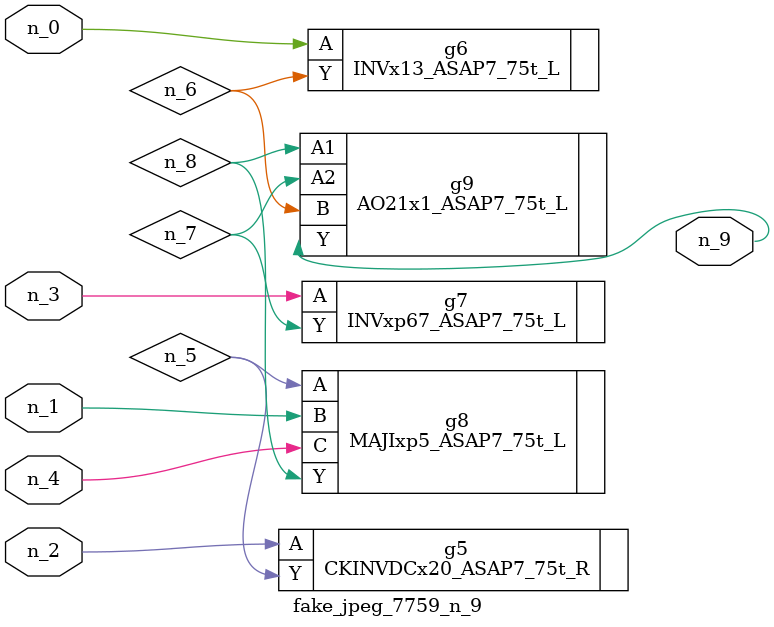
<source format=v>
module fake_jpeg_7759_n_9 (n_3, n_2, n_1, n_0, n_4, n_9);

input n_3;
input n_2;
input n_1;
input n_0;
input n_4;

output n_9;

wire n_8;
wire n_6;
wire n_5;
wire n_7;

CKINVDCx20_ASAP7_75t_R g5 ( 
.A(n_2),
.Y(n_5)
);

INVx13_ASAP7_75t_L g6 ( 
.A(n_0),
.Y(n_6)
);

INVxp67_ASAP7_75t_L g7 ( 
.A(n_3),
.Y(n_7)
);

MAJIxp5_ASAP7_75t_L g8 ( 
.A(n_5),
.B(n_1),
.C(n_4),
.Y(n_8)
);

AO21x1_ASAP7_75t_L g9 ( 
.A1(n_8),
.A2(n_7),
.B(n_6),
.Y(n_9)
);


endmodule
</source>
